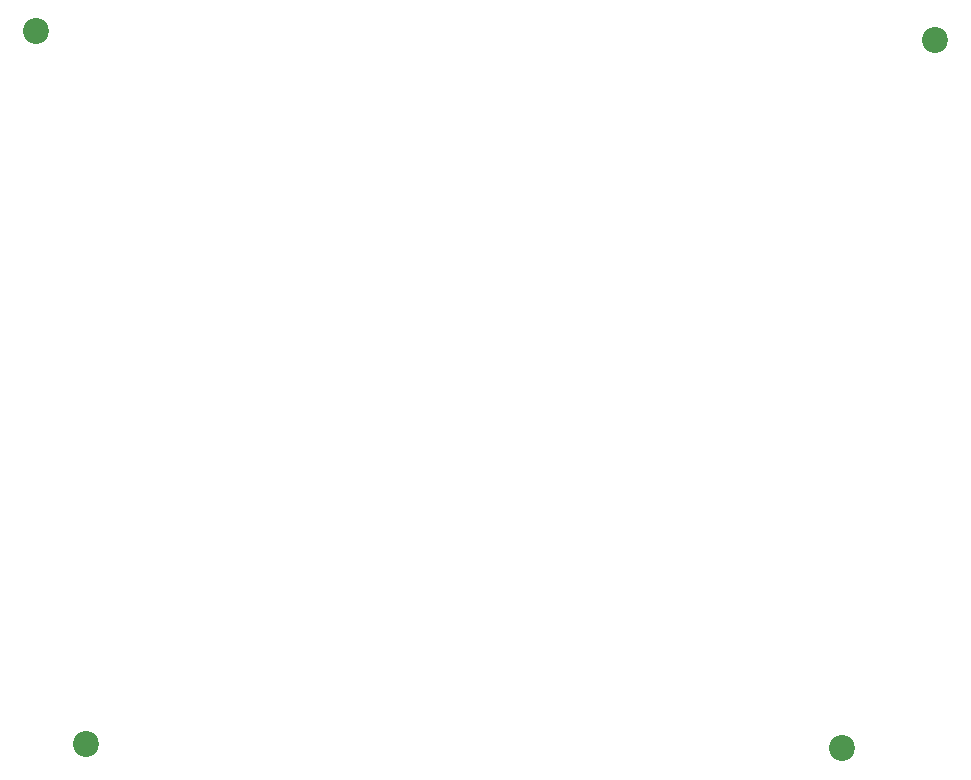
<source format=gts>
G04 #@! TF.GenerationSoftware,KiCad,Pcbnew,9.0.7*
G04 #@! TF.CreationDate,2026-02-21T19:36:19+09:00*
G04 #@! TF.ProjectId,top-plate,746f702d-706c-4617-9465-2e6b69636164,rev?*
G04 #@! TF.SameCoordinates,Original*
G04 #@! TF.FileFunction,Soldermask,Top*
G04 #@! TF.FilePolarity,Negative*
%FSLAX46Y46*%
G04 Gerber Fmt 4.6, Leading zero omitted, Abs format (unit mm)*
G04 Created by KiCad (PCBNEW 9.0.7) date 2026-02-21 19:36:19*
%MOMM*%
%LPD*%
G01*
G04 APERTURE LIST*
%ADD10C,2.200000*%
G04 APERTURE END LIST*
D10*
X154108475Y-152063079D03*
X161972076Y-92104801D03*
X90117887Y-151722455D03*
X85897926Y-91320515D03*
M02*

</source>
